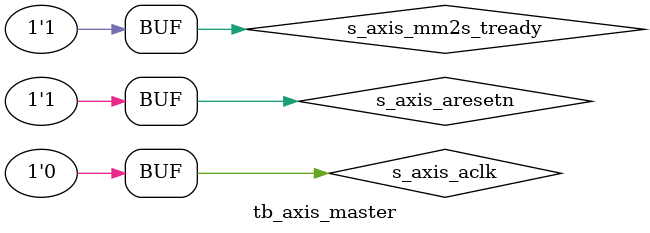
<source format=v>
`timescale 1ns / 1ps


module tb_axis_master();

reg                                s_axis_aclk         ;
reg                                s_axis_aresetn      ;

wire    [63:0]                     s_axis_mm2s_tdata   ;
wire                               s_axis_mm2s_tlast   ;
reg                                s_axis_mm2s_tready  ;
wire                               s_axis_mm2s_tuser   ;
wire                               s_axis_mm2s_tvalid  ;

initial begin
    s_axis_aclk <= 1'b0;
    s_axis_aresetn <= 1'b0;
    s_axis_mm2s_tready <= 1'b0;
    #100 
    s_axis_aresetn <= 1'b1;
    #1000
    s_axis_mm2s_tready <= 1'b1;
end

always begin
    #2
    s_axis_aclk <= 1'b1;
    #2 
    s_axis_aclk <= 1'b0;
end

axis_master #(
    . S_AXIS_TDATA_WIDTH    ( 16'd64   ) ,
    . VDMA_ROW	            ( 32'd2160 ) , 
    . VDMA_COLUMN           ( 32'd3840 ) ,
    . TLAST_DELAY_TIME      ( 32'd100  ) , // >=1
    . FRAME_START_TIME      ( 32'd999  ) 
)u_axis_master
(
    . s_axis_aclk         ( s_axis_aclk        ),
    . s_axis_aresetn      ( s_axis_aresetn     ),

    . s_axis_mm2s_tdata   ( s_axis_mm2s_tdata  ),
    . s_axis_mm2s_tlast   ( s_axis_mm2s_tlast  ),
    . s_axis_mm2s_tready  ( s_axis_mm2s_tready ),
    . s_axis_mm2s_tuser   ( s_axis_mm2s_tuser  ),
    . s_axis_mm2s_tvalid  ( s_axis_mm2s_tvalid )
);

endmodule

</source>
